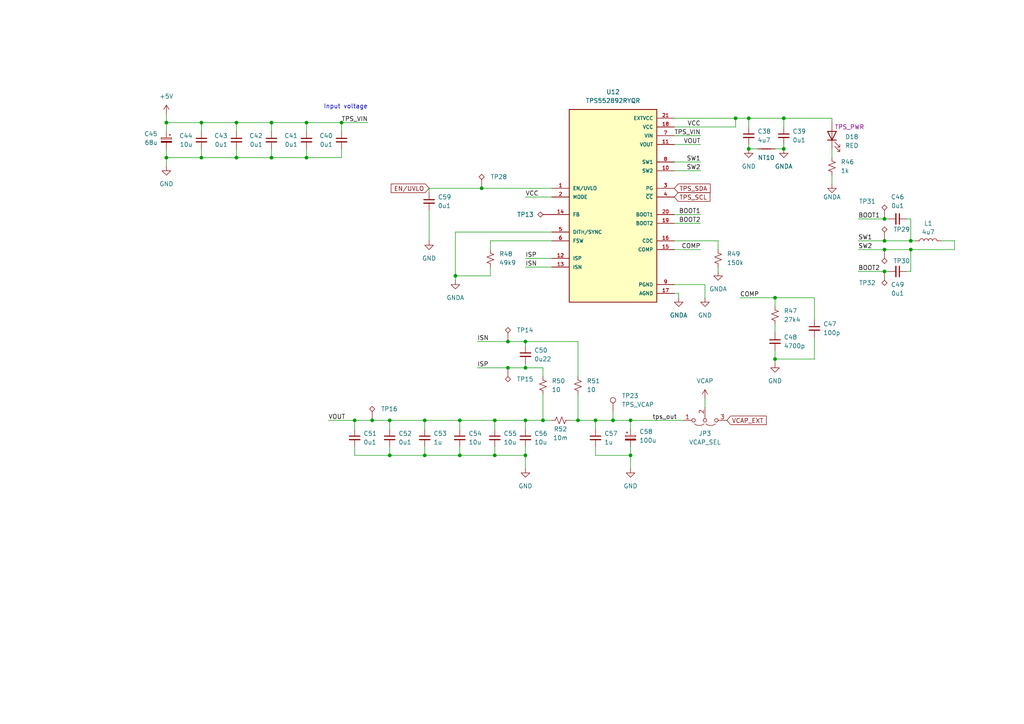
<source format=kicad_sch>
(kicad_sch (version 20231120) (generator "eeschema") (generator_version "8.0")
  (paper "A4")
  (lib_symbols
    (symbol "Connector:TestPoint" (pin_numbers hide) (pin_names (offset 0.762) hide)
      (property "Reference" "TP" (at 0 6.858 0))
      (property "Value" "TestPoint" (at 0 5.08 0))
      (symbol "TestPoint_0_1"
        (circle (center 0 3.302) (radius 0.762))
      )
      (symbol "TestPoint_1_1"
        (pin passive line (at 0 0 90) (length 2.54) (name "1") (number "1"))
      )
    )
    (symbol "Connector:TestPoint_Alt" (pin_numbers hide) (pin_names (offset 0.762) hide)
      (property "Reference" "TP" (at 0 6.858 0))
      (property "Value" "TestPoint_Alt" (at 0 5.08 0))
      (symbol "TestPoint_Alt_0_1"
        (polyline (pts (xy 0 2.54) (xy -0.762 3.302) (xy 0 4.064) (xy 0.762 3.302) (xy 0 2.54)))
      )
      (symbol "TestPoint_Alt_1_1"
        (pin passive line (at 0 0 90) (length 2.54) (name "1") (number "1"))
      )
    )
    (symbol "DW_custom_symbols:TPS552892RYQR" (pin_names (offset 1.016))
      (property "Reference" "U" (at -12.7 30.48 0))
      (property "Value" "TPS552892RYQR" (at -12.7 -30.48 0))
      (symbol "TPS552892RYQR_0_0"
        (rectangle (start -12.7 -27.94) (end 12.7 27.94) (stroke (width 0.254)) (fill (type background)))
        (pin input line (at -17.78 5.08 0) (length 5.08) (name "EN/UVLO") (number "1"))
        (pin power_in line (at 17.78 10.16 180) (length 5.08) (name "SW2") (number "10"))
        (pin power_in line (at 17.78 17.78 180) (length 5.08) (name "VOUT") (number "11"))
        (pin input line (at -17.78 -15.24 0) (length 5.08) (name "ISP") (number "12"))
        (pin input line (at -17.78 -17.78 0) (length 5.08) (name "ISN") (number "13"))
        (pin input line (at -17.78 -2.54 0) (length 5.08) (name "FB") (number "14"))
        (pin output line (at 17.78 -12.7 180) (length 5.08) (name "COMP") (number "15"))
        (pin output line (at 17.78 -10.16 180) (length 5.08) (name "CDC") (number "16"))
        (pin power_in line (at 17.78 -25.4 180) (length 5.08) (name "AGND") (number "17"))
        (pin power_in line (at 17.78 22.86 180) (length 5.08) (name "VCC") (number "18"))
        (pin output line (at 17.78 -5.08 180) (length 5.08) (name "BOOT2") (number "19"))
        (pin input line (at -17.78 2.54 0) (length 5.08) (name "MODE") (number "2"))
        (pin output line (at 17.78 -2.54 180) (length 5.08) (name "BOOT1") (number "20"))
        (pin power_in line (at 17.78 25.4 180) (length 5.08) (name "EXTVCC") (number "21"))
        (pin output line (at 17.78 5.08 180) (length 5.08) (name "PG") (number "3"))
        (pin output line (at 17.78 2.54 180) (length 5.08) (name "~{CC}") (number "4"))
        (pin input line (at -17.78 -7.62 0) (length 5.08) (name "DITH/SYNC") (number "5"))
        (pin input line (at -17.78 -10.16 0) (length 5.08) (name "FSW") (number "6"))
        (pin power_in line (at 17.78 20.32 180) (length 5.08) (name "VIN") (number "7"))
        (pin power_in line (at 17.78 12.7 180) (length 5.08) (name "SW1") (number "8"))
        (pin power_in line (at 17.78 -22.86 180) (length 5.08) (name "PGND") (number "9"))
      )
    )
    (symbol "Device:C_Polarized_Small" (pin_numbers hide) (pin_names (offset 0.254) hide)
      (property "Reference" "C" (at 0.254 1.778 0))
      (property "Value" "C_Polarized_Small" (at 0.254 -2.032 0))
      (symbol "C_Polarized_Small_0_1"
        (rectangle (start -1.524 -0.3048) (end 1.524 -0.6858) (fill (type outline)))
        (rectangle (start -1.524 0.6858) (end 1.524 0.3048))
        (polyline (pts (xy -1.27 1.524) (xy -0.762 1.524)))
        (polyline (pts (xy -1.016 1.27) (xy -1.016 1.778)))
      )
      (symbol "C_Polarized_Small_1_1"
        (pin passive line (at 0 2.54 270) (length 1.8542) (name "~") (number "1"))
        (pin passive line (at 0 -2.54 90) (length 1.8542) (name "~") (number "2"))
      )
    )
    (symbol "Device:C_Small" (pin_numbers hide) (pin_names (offset 0.254) hide)
      (property "Reference" "C" (at 0.254 1.778 0))
      (property "Value" "C_Small" (at 0.254 -2.032 0))
      (symbol "C_Small_0_1"
        (polyline (pts (xy -1.524 -0.508) (xy 1.524 -0.508)) (stroke (width 0.3302)))
        (polyline (pts (xy -1.524 0.508) (xy 1.524 0.508)) (stroke (width 0.3048)))
      )
      (symbol "C_Small_1_1"
        (pin passive line (at 0 2.54 270) (length 2.032) (name "~") (number "1"))
        (pin passive line (at 0 -2.54 90) (length 2.032) (name "~") (number "2"))
      )
    )
    (symbol "Device:L" (pin_numbers hide) (pin_names (offset 1.016) hide)
      (property "Reference" "L" (at -1.27 0 90))
      (property "Value" "L" (at 1.905 0 90))
      (symbol "L_0_1"
        (arc (start 0 -2.54) (mid 0.6323 -1.905) (end 0 -1.27))
        (arc (start 0 -1.27) (mid 0.6323 -0.635) (end 0 0))
        (arc (start 0 0) (mid 0.6323 0.635) (end 0 1.27))
        (arc (start 0 1.27) (mid 0.6323 1.905) (end 0 2.54))
      )
      (symbol "L_1_1"
        (pin passive line (at 0 3.81 270) (length 1.27) (name "1") (number "1"))
        (pin passive line (at 0 -3.81 90) (length 1.27) (name "2") (number "2"))
      )
    )
    (symbol "Device:LED" (pin_numbers hide) (pin_names (offset 1.016) hide)
      (property "Reference" "D" (at 0 2.54 0))
      (property "Value" "LED" (at 0 -2.54 0))
      (symbol "LED_0_1"
        (polyline (pts (xy -1.27 -1.27) (xy -1.27 1.27)) (stroke (width 0.254)))
        (polyline (pts (xy -1.27 0) (xy 1.27 0)))
        (polyline (pts (xy 1.27 -1.27) (xy 1.27 1.27) (xy -1.27 0) (xy 1.27 -1.27)) (stroke (width 0.254)))
        (polyline (pts (xy -3.048 -0.762) (xy -4.572 -2.286) (xy -3.81 -2.286) (xy -4.572 -2.286) (xy -4.572 -1.524)))
        (polyline (pts (xy -1.778 -0.762) (xy -3.302 -2.286) (xy -2.54 -2.286) (xy -3.302 -2.286) (xy -3.302 -1.524)))
      )
      (symbol "LED_1_1"
        (pin passive line (at -3.81 0 0) (length 2.54) (name "K") (number "1"))
        (pin passive line (at 3.81 0 180) (length 2.54) (name "A") (number "2"))
      )
    )
    (symbol "Device:NetTie_2" (pin_numbers hide) (pin_names (offset 0) hide) (in_bom no)
      (property "Reference" "NT" (at 0 1.27 0))
      (property "Value" "NetTie_2" (at 0 -1.27 0))
      (symbol "NetTie_2_0_1"
        (polyline (pts (xy -1.27 0) (xy 1.27 0)) (stroke (width 0.254)))
      )
      (symbol "NetTie_2_1_1"
        (pin passive line (at -2.54 0 0) (length 2.54) (name "1") (number "1"))
        (pin passive line (at 2.54 0 180) (length 2.54) (name "2") (number "2"))
      )
    )
    (symbol "Device:R_Small_US" (pin_numbers hide) (pin_names (offset 0.254) hide)
      (property "Reference" "R" (at 0.762 0.508 0))
      (property "Value" "R_Small_US" (at 0.762 -1.016 0))
      (symbol "R_Small_US_1_1"
        (polyline (pts (xy 0 0) (xy 1.016 -0.381) (xy 0 -0.762) (xy -1.016 -1.143) (xy 0 -1.524)))
        (polyline (pts (xy 0 1.524) (xy 1.016 1.143) (xy 0 0.762) (xy -1.016 0.381) (xy 0 0)))
        (pin passive line (at 0 2.54 270) (length 1.016) (name "~") (number "1"))
        (pin passive line (at 0 -2.54 90) (length 1.016) (name "~") (number "2"))
      )
    )
    (symbol "Jumper:Jumper_3_Open" (pin_names (offset 0) hide)
      (property "Reference" "JP" (at -2.54 -2.54 0))
      (property "Value" "Jumper_3_Open" (at 0 2.794 0))
      (symbol "Jumper_3_Open_0_0"
        (circle (center -3.302 0) (radius 0.508))
        (circle (center 0 0) (radius 0.508))
        (circle (center 3.302 0) (radius 0.508))
      )
      (symbol "Jumper_3_Open_0_1"
        (arc (start -0.254 1.016) (mid -1.651 1.4992) (end -3.048 1.016))
        (polyline (pts (xy 0 -0.508) (xy 0 -1.27)))
        (arc (start 3.048 1.016) (mid 1.651 1.4992) (end 0.254 1.016))
      )
      (symbol "Jumper_3_Open_1_1"
        (pin passive line (at -6.35 0 0) (length 2.54) (name "A") (number "1"))
        (pin passive line (at 0 -3.81 90) (length 2.54) (name "C") (number "2"))
        (pin passive line (at 6.35 0 180) (length 2.54) (name "B") (number "3"))
      )
    )
    (symbol "VBUS_2" (power) (pin_names (offset 0))
      (property "Value" "VBUS_2" (at 0 5.08 0))
      (symbol "VBUS_2_0_1"
        (polyline (pts (xy -0.762 1.27) (xy 0 2.54)))
        (polyline (pts (xy 0 0) (xy 0 2.54)))
        (polyline (pts (xy 0 2.54) (xy 0.762 1.27)))
      )
      (symbol "VBUS_2_1_1"
        (pin power_in line (at 0 0 90) (length 0) hide (name "VCAP") (number "1"))
      )
    )
    (symbol "power:+5V" (power) (pin_names (offset 0))
      (property "Value" "+5V" (at 0 3.556 0))
      (symbol "+5V_0_1"
        (polyline (pts (xy -0.762 1.27) (xy 0 2.54)))
        (polyline (pts (xy 0 0) (xy 0 2.54)))
        (polyline (pts (xy 0 2.54) (xy 0.762 1.27)))
      )
      (symbol "+5V_1_1"
        (pin power_in line (at 0 0 90) (length 0) hide (name "+5V") (number "1"))
      )
    )
    (symbol "power:GND" (power) (pin_names (offset 0))
      (property "Value" "GND" (at 0 -3.81 0))
      (symbol "GND_0_1"
        (polyline (pts (xy 0 0) (xy 0 -1.27) (xy 1.27 -1.27) (xy 0 -2.54) (xy -1.27 -1.27) (xy 0 -1.27)))
      )
      (symbol "GND_1_1"
        (pin power_in line (at 0 0 270) (length 0) hide (name "GND") (number "1"))
      )
    )
    (symbol "power:GNDA" (power) (pin_names (offset 0))
      (property "Value" "GNDA" (at 0 -3.81 0))
      (symbol "GNDA_0_1"
        (polyline (pts (xy 0 0) (xy 0 -1.27) (xy 1.27 -1.27) (xy 0 -2.54) (xy -1.27 -1.27) (xy 0 -1.27)))
      )
      (symbol "GNDA_1_1"
        (pin power_in line (at 0 0 270) (length 0) hide (name "GNDA") (number "1"))
      )
    )
  )
  (junction (at 264.16 72.39))
  (junction (at 99.06 35.56))
  (junction (at 256.54 63.5))
  (junction (at 48.26 35.56))
  (junction (at 48.26 45.72))
  (junction (at 147.32 106.68))
  (junction (at 227.33 43.18))
  (junction (at 182.88 132.08))
  (junction (at 123.19 132.08))
  (junction (at 264.16 69.85))
  (junction (at 157.48 121.92))
  (junction (at 256.54 69.85))
  (junction (at 227.33 34.29))
  (junction (at 152.4 106.68))
  (junction (at 102.87 121.92))
  (junction (at 256.54 72.39))
  (junction (at 88.9 35.56))
  (junction (at 152.4 132.08))
  (junction (at 143.51 132.08))
  (junction (at 143.51 121.92))
  (junction (at 182.88 121.92))
  (junction (at 167.64 121.92))
  (junction (at 224.79 86.36))
  (junction (at 177.8 121.92))
  (junction (at 147.32 99.06))
  (junction (at 78.74 45.72))
  (junction (at 113.03 121.92))
  (junction (at 224.79 104.14))
  (junction (at 133.35 121.92))
  (junction (at 68.58 35.56))
  (junction (at 256.54 78.74))
  (junction (at 213.36 34.29))
  (junction (at 113.03 132.08))
  (junction (at 152.4 121.92))
  (junction (at 58.42 45.72))
  (junction (at 78.74 35.56))
  (junction (at 58.42 35.56))
  (junction (at 88.9 45.72))
  (junction (at 133.35 132.08))
  (junction (at 217.17 43.18))
  (junction (at 139.7 54.61))
  (junction (at 107.95 121.92))
  (junction (at 68.58 45.72))
  (junction (at 217.17 34.29))
  (junction (at 132.08 80.01))
  (junction (at 172.72 121.92))
  (junction (at 152.4 99.06))
  (junction (at 123.19 121.92))
  (wire (pts (xy 133.35 121.92) (xy 123.19 121.92)))
  (wire (pts (xy 68.58 45.72) (xy 58.42 45.72)))
  (wire (pts (xy 256.54 69.85) (xy 264.16 69.85)))
  (wire (pts (xy 48.26 45.72) (xy 48.26 48.26)))
  (wire (pts (xy 132.08 67.31) (xy 132.08 80.01)))
  (wire (pts (xy 152.4 132.08) (xy 143.51 132.08)))
  (wire (pts (xy 78.74 35.56) (xy 78.74 38.1)))
  (wire (pts (xy 132.08 67.31) (xy 160.02 67.31)))
  (wire (pts (xy 227.33 41.91) (xy 227.33 43.18)))
  (wire (pts (xy 99.06 35.56) (xy 99.06 38.1)))
  (wire (pts (xy 133.35 129.54) (xy 133.35 132.08)))
  (wire (pts (xy 204.47 82.55) (xy 195.58 82.55)))
  (wire (pts (xy 248.92 63.5) (xy 256.54 63.5)))
  (wire (pts (xy 107.95 121.92) (xy 102.87 121.92)))
  (wire (pts (xy 196.85 86.36) (xy 196.85 85.09)))
  (wire (pts (xy 248.92 78.74) (xy 256.54 78.74)))
  (wire (pts (xy 196.85 85.09) (xy 195.58 85.09)))
  (wire (pts (xy 248.92 72.39) (xy 256.54 72.39)))
  (wire (pts (xy 138.43 99.06) (xy 147.32 99.06)))
  (wire (pts (xy 165.1 121.92) (xy 167.64 121.92)))
  (wire (pts (xy 48.26 33.02) (xy 48.26 35.56)))
  (wire (pts (xy 236.22 86.36) (xy 224.79 86.36)))
  (wire (pts (xy 182.88 121.92) (xy 198.12 121.92)))
  (wire (pts (xy 172.72 129.54) (xy 172.72 132.08)))
  (wire (pts (xy 241.3 50.8) (xy 241.3 53.34)))
  (wire (pts (xy 195.58 49.53) (xy 203.2 49.53)))
  (wire (pts (xy 203.2 72.39) (xy 195.58 72.39)))
  (wire (pts (xy 152.4 106.68) (xy 157.48 106.68)))
  (wire (pts (xy 264.16 78.74) (xy 264.16 72.39)))
  (wire (pts (xy 123.19 132.08) (xy 133.35 132.08)))
  (wire (pts (xy 214.63 86.36) (xy 224.79 86.36)))
  (wire (pts (xy 88.9 45.72) (xy 78.74 45.72)))
  (wire (pts (xy 102.87 121.92) (xy 102.87 124.46)))
  (wire (pts (xy 123.19 121.92) (xy 123.19 124.46)))
  (wire (pts (xy 157.48 114.3) (xy 157.48 121.92)))
  (wire (pts (xy 68.58 35.56) (xy 68.58 38.1)))
  (wire (pts (xy 177.8 119.38) (xy 177.8 121.92)))
  (wire (pts (xy 152.4 132.08) (xy 152.4 135.89)))
  (wire (pts (xy 208.28 72.39) (xy 208.28 69.85)))
  (wire (pts (xy 217.17 43.18) (xy 219.71 43.18)))
  (wire (pts (xy 152.4 124.46) (xy 152.4 121.92)))
  (wire (pts (xy 167.64 109.22) (xy 167.64 99.06)))
  (wire (pts (xy 139.7 54.61) (xy 160.02 54.61)))
  (wire (pts (xy 182.88 132.08) (xy 182.88 135.89)))
  (wire (pts (xy 195.58 46.99) (xy 203.2 46.99)))
  (wire (pts (xy 224.79 43.18) (xy 227.33 43.18)))
  (wire (pts (xy 236.22 97.79) (xy 236.22 104.14)))
  (wire (pts (xy 124.46 54.61) (xy 139.7 54.61)))
  (wire (pts (xy 142.24 69.85) (xy 142.24 72.39)))
  (wire (pts (xy 152.4 99.06) (xy 167.64 99.06)))
  (wire (pts (xy 236.22 92.71) (xy 236.22 86.36)))
  (wire (pts (xy 256.54 72.39) (xy 264.16 72.39)))
  (wire (pts (xy 167.64 121.92) (xy 172.72 121.92)))
  (wire (pts (xy 102.87 121.92) (xy 95.25 121.92)))
  (wire (pts (xy 227.33 34.29) (xy 217.17 34.29)))
  (wire (pts (xy 48.26 35.56) (xy 58.42 35.56)))
  (wire (pts (xy 68.58 35.56) (xy 78.74 35.56)))
  (wire (pts (xy 227.33 34.29) (xy 227.33 36.83)))
  (wire (pts (xy 203.2 64.77) (xy 195.58 64.77)))
  (wire (pts (xy 157.48 109.22) (xy 157.48 106.68)))
  (wire (pts (xy 143.51 121.92) (xy 133.35 121.92)))
  (wire (pts (xy 99.06 43.18) (xy 99.06 45.72)))
  (wire (pts (xy 276.86 69.85) (xy 276.86 72.39)))
  (wire (pts (xy 208.28 77.47) (xy 208.28 78.74)))
  (wire (pts (xy 195.58 69.85) (xy 208.28 69.85)))
  (wire (pts (xy 99.06 45.72) (xy 88.9 45.72)))
  (wire (pts (xy 217.17 34.29) (xy 213.36 34.29)))
  (wire (pts (xy 157.48 121.92) (xy 160.02 121.92)))
  (wire (pts (xy 172.72 121.92) (xy 172.72 124.46)))
  (wire (pts (xy 204.47 82.55) (xy 204.47 86.36)))
  (wire (pts (xy 138.43 106.68) (xy 147.32 106.68)))
  (wire (pts (xy 132.08 80.01) (xy 142.24 80.01)))
  (wire (pts (xy 88.9 43.18) (xy 88.9 45.72)))
  (wire (pts (xy 195.58 41.91) (xy 203.2 41.91)))
  (wire (pts (xy 102.87 129.54) (xy 102.87 132.08)))
  (wire (pts (xy 78.74 43.18) (xy 78.74 45.72)))
  (wire (pts (xy 224.79 101.6) (xy 224.79 104.14)))
  (wire (pts (xy 152.4 99.06) (xy 152.4 100.33)))
  (wire (pts (xy 177.8 121.92) (xy 182.88 121.92)))
  (wire (pts (xy 133.35 121.92) (xy 133.35 124.46)))
  (wire (pts (xy 241.3 43.18) (xy 241.3 45.72)))
  (wire (pts (xy 203.2 62.23) (xy 195.58 62.23)))
  (wire (pts (xy 58.42 35.56) (xy 58.42 38.1)))
  (wire (pts (xy 172.72 121.92) (xy 177.8 121.92)))
  (wire (pts (xy 124.46 60.96) (xy 124.46 69.85)))
  (wire (pts (xy 142.24 77.47) (xy 142.24 80.01)))
  (wire (pts (xy 88.9 35.56) (xy 88.9 38.1)))
  (wire (pts (xy 58.42 45.72) (xy 48.26 45.72)))
  (wire (pts (xy 143.51 121.92) (xy 143.51 124.46)))
  (wire (pts (xy 241.3 34.29) (xy 227.33 34.29)))
  (wire (pts (xy 133.35 132.08) (xy 143.51 132.08)))
  (wire (pts (xy 68.58 43.18) (xy 68.58 45.72)))
  (wire (pts (xy 152.4 105.41) (xy 152.4 106.68)))
  (wire (pts (xy 248.92 69.85) (xy 256.54 69.85)))
  (wire (pts (xy 167.64 114.3) (xy 167.64 121.92)))
  (wire (pts (xy 48.26 43.18) (xy 48.26 45.72)))
  (wire (pts (xy 113.03 121.92) (xy 107.95 121.92)))
  (wire (pts (xy 264.16 72.39) (xy 276.86 72.39)))
  (wire (pts (xy 78.74 35.56) (xy 88.9 35.56)))
  (wire (pts (xy 273.05 69.85) (xy 276.86 69.85)))
  (wire (pts (xy 113.03 129.54) (xy 113.03 132.08)))
  (wire (pts (xy 58.42 35.56) (xy 68.58 35.56)))
  (wire (pts (xy 224.79 86.36) (xy 224.79 88.9)))
  (wire (pts (xy 106.68 35.56) (xy 99.06 35.56)))
  (wire (pts (xy 236.22 104.14) (xy 224.79 104.14)))
  (wire (pts (xy 264.16 69.85) (xy 265.43 69.85)))
  (wire (pts (xy 256.54 63.5) (xy 257.81 63.5)))
  (wire (pts (xy 152.4 129.54) (xy 152.4 132.08)))
  (wire (pts (xy 217.17 36.83) (xy 217.17 34.29)))
  (wire (pts (xy 172.72 132.08) (xy 182.88 132.08)))
  (wire (pts (xy 182.88 121.92) (xy 182.88 124.46)))
  (wire (pts (xy 182.88 132.08) (xy 182.88 129.54)))
  (wire (pts (xy 224.79 93.98) (xy 224.79 96.52)))
  (wire (pts (xy 113.03 121.92) (xy 113.03 124.46)))
  (wire (pts (xy 264.16 63.5) (xy 264.16 69.85)))
  (wire (pts (xy 152.4 74.93) (xy 160.02 74.93)))
  (wire (pts (xy 78.74 45.72) (xy 68.58 45.72)))
  (wire (pts (xy 241.3 35.56) (xy 241.3 34.29)))
  (wire (pts (xy 195.58 34.29) (xy 213.36 34.29)))
  (wire (pts (xy 123.19 121.92) (xy 113.03 121.92)))
  (wire (pts (xy 224.79 104.14) (xy 224.79 105.41)))
  (wire (pts (xy 213.36 34.29) (xy 213.36 36.83)))
  (wire (pts (xy 152.4 121.92) (xy 157.48 121.92)))
  (wire (pts (xy 147.32 106.68) (xy 152.4 106.68)))
  (wire (pts (xy 102.87 132.08) (xy 113.03 132.08)))
  (wire (pts (xy 58.42 43.18) (xy 58.42 45.72)))
  (wire (pts (xy 113.03 132.08) (xy 123.19 132.08)))
  (wire (pts (xy 152.4 77.47) (xy 160.02 77.47)))
  (wire (pts (xy 147.32 99.06) (xy 152.4 99.06)))
  (wire (pts (xy 217.17 41.91) (xy 217.17 43.18)))
  (wire (pts (xy 262.89 63.5) (xy 264.16 63.5)))
  (wire (pts (xy 262.89 78.74) (xy 264.16 78.74)))
  (wire (pts (xy 88.9 35.56) (xy 99.06 35.56)))
  (wire (pts (xy 48.26 38.1) (xy 48.26 35.56)))
  (wire (pts (xy 256.54 78.74) (xy 257.81 78.74)))
  (wire (pts (xy 152.4 121.92) (xy 143.51 121.92)))
  (wire (pts (xy 195.58 39.37) (xy 203.2 39.37)))
  (wire (pts (xy 123.19 129.54) (xy 123.19 132.08)))
  (wire (pts (xy 143.51 129.54) (xy 143.51 132.08)))
  (wire (pts (xy 124.46 54.61) (xy 124.46 55.88)))
  (wire (pts (xy 132.08 80.01) (xy 132.08 81.28)))
  (wire (pts (xy 195.58 36.83) (xy 213.36 36.83)))
  (wire (pts (xy 160.02 69.85) (xy 142.24 69.85)))
  (wire (pts (xy 204.47 115.57) (xy 204.47 118.11)))
  (wire (pts (xy 152.4 57.15) (xy 160.02 57.15)))
  (text "Input voltage" (at 106.68 31.75 0) (effects (font (size 1.27 1.27)) (justify right bottom)))
  (label "VCC" (at 203.2 36.83 180))
  (label "SW1" (at 248.92 69.85 0))
  (label "COMP" (at 203.2 72.39 180))
  (label "VOUT" (at 203.2 41.91 180))
  (label "ISP" (at 138.43 106.68 0))
  (label "SW2" (at 248.92 72.39 0))
  (label "ISN" (at 152.4 77.47 0))
  (label "ISN" (at 138.43 99.06 0))
  (label "VOUT" (at 95.25 121.92 0))
  (label "SW2" (at 203.2 49.53 180))
  (label "BOOT1" (at 203.2 62.23 180))
  (label "ISP" (at 152.4 74.93 0))
  (label "BOOT2" (at 203.2 64.77 180))
  (label "tps_out" (at 189.23 121.92 0))
  (label "BOOT2" (at 248.92 78.74 0))
  (label "SW1" (at 203.2 46.99 180))
  (label "COMP" (at 214.63 86.36 0))
  (label "BOOT1" (at 248.92 63.5 0))
  (label "VCC" (at 152.4 57.15 0))
  (label "TPS_VIN" (at 203.2 39.37 180))
  (label "TPS_VIN" (at 106.68 35.56 180))
  (global_label "TPS_SCL" (shape input) (at 195.58 57.15 0) (property "Intersheetrefs" "${INTERSHEET_REFS}" (effects (hide yes))))
  (global_label "TPS_SDA" (shape input) (at 195.58 54.61 0) (property "Intersheetrefs" "${INTERSHEET_REFS}" (effects (hide yes))))
  (global_label "VCAP_EXT" (shape input) (at 210.82 121.92 0) (property "Intersheetrefs" "${INTERSHEET_REFS}" (effects (hide yes))))
  (global_label "EN{slash}UVLO" (shape input) (at 124.46 54.61 180) (property "Intersheetrefs" "${INTERSHEET_REFS}" (effects (hide yes))))
  (symbol (lib_id "Device:NetTie_2") (at 222.25 43.18 0) (unit 1) (in_bom no)
    (property "Reference" "NT10" (at 222.25 45.72 0))
    (property "Description" "Net tie, 2 pins" (effects (hide yes)))
  )
  (symbol (lib_id "Device:C_Polarized_Small") (at 182.88 127 0) (unit 1)
    (property "Reference" "C58" (at 185.42 125.1839 0) (effects (justify left)))
    (property "Value" "100u" (at 185.42 127.7239 0) (effects (justify left)))
    (property "Footprint" "Capacitor_SMD:CP_Elec_6.3x5.8" (effects (hide yes)))
    (property "Part No." "EEHZK1V101XP " (effects (hide yes)))
  )
  (symbol (lib_id "Device:C_Small") (at 102.87 127 0) (unit 1)
    (property "Reference" "C51" (at 105.41 125.7363 0) (effects (justify left)))
    (property "Value" "0u1" (at 105.41 128.2763 0) (effects (justify left)))
    (property "Footprint" "Capacitor_SMD:C_0603_1608Metric_Pad1.08x0.95mm_HandSolder" (effects (hide yes)))
  )
  (symbol (lib_name "VBUS_2") (lib_id "power:VBUS") (at 204.47 115.57 0) (unit 1)
    (property "Reference" "#PWR081" (effects (hide yes)))
    (property "Value" "VCAP" (at 204.47 110.49 0))
  )
  (symbol (lib_id "power:GNDA") (at 196.85 86.36 0) (unit 1)
    (property "Reference" "#PWR079" (effects (hide yes)))
    (property "Value" "GNDA" (at 196.85 91.44 0))
  )
  (symbol (lib_id "Device:C_Small") (at 123.19 127 0) (unit 1)
    (property "Reference" "C53" (at 125.73 125.7363 0) (effects (justify left)))
    (property "Value" "1u" (at 125.73 128.2763 0) (effects (justify left)))
    (property "Footprint" "Capacitor_SMD:C_0603_1608Metric_Pad1.08x0.95mm_HandSolder" (effects (hide yes)))
  )
  (symbol (lib_id "Device:C_Small") (at 236.22 95.25 0) (unit 1)
    (property "Reference" "C47" (at 238.76 93.9863 0) (effects (justify left)))
    (property "Value" "100p" (at 238.76 96.5263 0) (effects (justify left)))
    (property "Footprint" "Capacitor_SMD:C_0402_1005Metric_Pad0.74x0.62mm_HandSolder" (effects (hide yes)))
    (property "Part No." "CGA2B2C0G1H101J" (effects (hide yes)))
  )
  (symbol (lib_id "Device:C_Small") (at 133.35 127 0) (unit 1)
    (property "Reference" "C54" (at 135.89 125.7363 0) (effects (justify left)))
    (property "Value" "10u" (at 135.89 128.2763 0) (effects (justify left)))
    (property "Footprint" "Capacitor_SMD:C_1206_3216Metric_Pad1.33x1.80mm_HandSolder" (effects (hide yes)))
  )
  (symbol (lib_id "power:GNDA") (at 227.33 43.18 0) (unit 1)
    (property "Reference" "#PWR073" (effects (hide yes)))
    (property "Value" "GNDA" (at 227.33 48.26 0))
  )
  (symbol (lib_id "power:GND") (at 217.17 43.18 0) (unit 1)
    (property "Reference" "#PWR072" (effects (hide yes)))
    (property "Value" "GND" (at 217.17 48.26 0))
  )
  (symbol (lib_id "Connector:TestPoint") (at 177.8 119.38 0) (unit 1)
    (property "Reference" "TP23" (at 180.34 114.808 0) (effects (justify left)))
    (property "Value" "TPS_VCAP" (at 180.34 117.348 0) (effects (justify left)))
    (property "Footprint" "TestPoint:TestPoint_Pad_D2.5mm" (effects (hide yes)))
  )
  (symbol (lib_id "power:GND") (at 224.79 105.41 0) (unit 1)
    (property "Reference" "#PWR078" (effects (hide yes)))
    (property "Value" "GND" (at 224.79 110.49 0))
  )
  (symbol (lib_id "power:GND") (at 152.4 135.89 0) (unit 1)
    (property "Reference" "#PWR082" (effects (hide yes)))
    (property "Value" "GND" (at 152.4 140.97 0))
  )
  (symbol (lib_id "Device:C_Small") (at 78.74 40.64 0) (mirror y) (unit 1)
    (property "Reference" "C42" (at 76.2 39.3763 0) (effects (justify left)))
    (property "Value" "0u1" (at 76.2 41.9163 0) (effects (justify left)))
    (property "Footprint" "Capacitor_SMD:C_0603_1608Metric_Pad1.08x0.95mm_HandSolder" (effects (hide yes)))
  )
  (symbol (lib_id "DW_custom_symbols:TPS552892RYQR") (at 177.8 59.69 0) (unit 1)
    (property "Reference" "U12" (at 177.8 26.67 0))
    (property "Value" "TPS552892RYQR" (at 177.8 29.21 0))
    (property "Footprint" "DW_Library:CONV_TPS552892RYQR" (effects (hide yes)))
    (property "Description" "\nBuck-Boost Switching Regulator IC Positive Programmable 0.8V 1 Output 5A 21-PowerVFQFN\n" (effects (hide yes)))
    (property "MF" "Texas Instruments" (effects (hide yes)))
    (property "MAXIMUM_PACKAGE_HEIGHT" "1.00mm" (effects (hide yes)))
    (property "Package" "None" (effects (hide yes)))
    (property "Price" "None" (effects (hide yes)))
    (property "Check_prices" "https://www.snapeda.com/parts/TPS552892RYQR/Texas+Instruments/view-part/?ref=eda" (effects (hide yes)))
    (property "STANDARD" "Manufacturer Recommendations" (effects (hide yes)))
    (property "PARTREV" "A" (effects (hide yes)))
    (property "SnapEDA_Link" "https://www.snapeda.com/parts/TPS552892RYQR/Texas+Instruments/view-part/?ref=snap" (effects (hide yes)))
    (property "MP" "TPS552892RYQR" (effects (hide yes)))
    (property "Purchase-URL" "https://www.snapeda.com/api/url_track_click_mouser/?unipart_id=13805360&manufacturer=Texas Instruments&part_name=TPS552892RYQR&search_term=tps55289" (effects (hide yes)))
    (property "Availability" "In Stock" (effects (hide yes)))
    (property "MANUFACTURER" "Texas Instruments" (effects (hide yes)))
  )
  (symbol (lib_id "Connector:TestPoint_Alt") (at 147.32 106.68 0) (mirror x) (unit 1)
    (property "Reference" "TP15" (at 149.86 109.9821 0) (effects (justify left)))
    (property "Description" "test point (alternative shape)" (effects (hide yes)))
  )
  (symbol (lib_id "power:GNDA") (at 208.28 78.74 0) (unit 1)
    (property "Reference" "#PWR076" (effects (hide yes)))
    (property "Value" "GNDA" (at 208.28 83.82 0))
  )
  (symbol (lib_id "Connector:TestPoint_Alt") (at 160.02 62.23 90) (unit 1)
    (property "Reference" "TP13" (at 152.4 62.23 90))
    (property "Description" "test point (alternative shape)" (effects (hide yes)))
  )
  (symbol (lib_id "power:GND") (at 182.88 135.89 0) (unit 1)
    (property "Reference" "#PWR083" (effects (hide yes)))
    (property "Value" "GND" (at 182.88 140.97 0))
  )
  (symbol (lib_id "Device:C_Small") (at 99.06 40.64 0) (mirror y) (unit 1)
    (property "Reference" "C40" (at 96.52 39.3763 0) (effects (justify left)))
    (property "Value" "0u1" (at 96.52 41.9163 0) (effects (justify left)))
    (property "Footprint" "Capacitor_SMD:C_0603_1608Metric_Pad1.08x0.95mm_HandSolder" (effects (hide yes)))
  )
  (symbol (lib_id "Device:C_Small") (at 152.4 127 0) (unit 1)
    (property "Reference" "C56" (at 154.94 125.7363 0) (effects (justify left)))
    (property "Value" "10u" (at 154.94 128.2763 0) (effects (justify left)))
    (property "Footprint" "Capacitor_SMD:C_1206_3216Metric_Pad1.33x1.80mm_HandSolder" (effects (hide yes)))
  )
  (symbol (lib_id "power:GND") (at 124.46 69.85 0) (unit 1)
    (property "Reference" "#PWR075" (effects (hide yes)))
    (property "Value" "GND" (at 124.46 74.93 0))
  )
  (symbol (lib_id "Device:C_Small") (at 68.58 40.64 0) (mirror y) (unit 1)
    (property "Reference" "C43" (at 66.04 39.3763 0) (effects (justify left)))
    (property "Value" "0u1" (at 66.04 41.9163 0) (effects (justify left)))
    (property "Footprint" "Capacitor_SMD:C_0603_1608Metric_Pad1.08x0.95mm_HandSolder" (effects (hide yes)))
  )
  (symbol (lib_id "Device:R_Small_US") (at 142.24 74.93 0) (unit 1)
    (property "Reference" "R48" (at 144.78 73.66 0) (effects (justify left)))
    (property "Value" "49k9" (at 144.78 76.2 0) (effects (justify left)))
    (property "Footprint" "Resistor_SMD:R_0603_1608Metric_Pad0.98x0.95mm_HandSolder" (effects (hide yes)))
  )
  (symbol (lib_id "Device:C_Small") (at 260.35 78.74 270) (unit 1)
    (property "Reference" "C49" (at 260.35 82.55 90))
    (property "Value" "0u1" (at 260.35 85.09 90))
    (property "Footprint" "Capacitor_SMD:C_0603_1608Metric_Pad1.08x0.95mm_HandSolder" (effects (hide yes)))
  )
  (symbol (lib_id "Connector:TestPoint_Alt") (at 147.32 99.06 0) (unit 1)
    (property "Reference" "TP14" (at 149.86 95.7579 0) (effects (justify left)))
    (property "Description" "test point (alternative shape)" (effects (hide yes)))
  )
  (symbol (lib_id "Connector:TestPoint_Alt") (at 256.54 63.5 0) (mirror y) (unit 1)
    (property "Reference" "TP31" (at 254 58.42 0) (effects (justify left)))
    (property "Description" "test point (alternative shape)" (effects (hide yes)))
  )
  (symbol (lib_id "Device:C_Small") (at 88.9 40.64 0) (mirror y) (unit 1)
    (property "Reference" "C41" (at 86.36 39.3763 0) (effects (justify left)))
    (property "Value" "0u1" (at 86.36 41.9163 0) (effects (justify left)))
    (property "Footprint" "Capacitor_SMD:C_0603_1608Metric_Pad1.08x0.95mm_HandSolder" (effects (hide yes)))
  )
  (symbol (lib_id "Device:C_Small") (at 224.79 99.06 0) (unit 1)
    (property "Reference" "C48" (at 227.33 97.7963 0) (effects (justify left)))
    (property "Value" "4700p" (at 227.33 100.3363 0) (effects (justify left)))
    (property "Footprint" "Capacitor_SMD:C_0402_1005Metric_Pad0.74x0.62mm_HandSolder" (effects (hide yes)))
    (property "Part No." "CGA2B2X7R1H472K" (effects (hide yes)))
  )
  (symbol (lib_id "Device:C_Small") (at 58.42 40.64 0) (mirror y) (unit 1)
    (property "Reference" "C44" (at 55.88 39.3763 0) (effects (justify left)))
    (property "Value" "10u" (at 55.88 41.9163 0) (effects (justify left)))
    (property "Footprint" "Capacitor_SMD:C_1206_3216Metric_Pad1.33x1.80mm_HandSolder" (effects (hide yes)))
  )
  (symbol (lib_id "Device:C_Small") (at 143.51 127 0) (unit 1)
    (property "Reference" "C55" (at 146.05 125.7363 0) (effects (justify left)))
    (property "Value" "10u" (at 146.05 128.2763 0) (effects (justify left)))
    (property "Footprint" "Capacitor_SMD:C_1206_3216Metric_Pad1.33x1.80mm_HandSolder" (effects (hide yes)))
  )
  (symbol (lib_id "Device:R_Small_US") (at 208.28 74.93 0) (unit 1)
    (property "Reference" "R49" (at 210.82 73.66 0) (effects (justify left)))
    (property "Value" "150k" (at 210.82 76.2 0) (effects (justify left)))
    (property "Footprint" "Resistor_SMD:R_0603_1608Metric_Pad0.98x0.95mm_HandSolder" (effects (hide yes)))
  )
  (symbol (lib_id "Device:C_Small") (at 113.03 127 0) (unit 1)
    (property "Reference" "C52" (at 115.57 125.7363 0) (effects (justify left)))
    (property "Value" "0u1" (at 115.57 128.2763 0) (effects (justify left)))
    (property "Footprint" "Capacitor_SMD:C_0603_1608Metric_Pad1.08x0.95mm_HandSolder" (effects (hide yes)))
  )
  (symbol (lib_id "Connector:TestPoint_Alt") (at 256.54 72.39 0) (mirror x) (unit 1)
    (property "Reference" "TP30" (at 259.08 75.6921 0) (effects (justify left)))
    (property "Description" "test point (alternative shape)" (effects (hide yes)))
  )
  (symbol (lib_id "power:GND") (at 204.47 86.36 0) (unit 1)
    (property "Reference" "#PWR080" (effects (hide yes)))
    (property "Value" "GND" (at 204.47 91.44 0))
  )
  (symbol (lib_id "Device:L") (at 269.24 69.85 90) (unit 1)
    (property "Reference" "L1" (at 269.24 64.77 90))
    (property "Value" "4u7" (at 269.24 67.31 90))
    (property "Footprint" "Inductor_SMD:L_Coilcraft_XAL7070-XXX" (effects (hide yes)))
    (property "Part No." "XAL7070-472MEC" (effects (hide yes)))
  )
  (symbol (lib_id "Connector:TestPoint_Alt") (at 139.7 54.61 0) (unit 1)
    (property "Reference" "TP28" (at 142.24 51.3079 0) (effects (justify left)))
    (property "Description" "test point (alternative shape)" (effects (hide yes)))
  )
  (symbol (lib_id "Device:C_Small") (at 227.33 39.37 0) (unit 1)
    (property "Reference" "C39" (at 229.87 38.1063 0) (effects (justify left)))
    (property "Value" "0u1" (at 229.87 40.6463 0) (effects (justify left)))
    (property "Footprint" "Capacitor_SMD:C_0603_1608Metric_Pad1.08x0.95mm_HandSolder" (effects (hide yes)))
  )
  (symbol (lib_id "Connector:TestPoint_Alt") (at 256.54 69.85 0) (unit 1)
    (property "Reference" "TP29" (at 259.08 66.5479 0) (effects (justify left)))
    (property "Description" "test point (alternative shape)" (effects (hide yes)))
  )
  (symbol (lib_id "Connector:TestPoint_Alt") (at 107.95 121.92 0) (unit 1)
    (property "Reference" "TP16" (at 110.49 118.6179 0) (effects (justify left)))
    (property "Description" "test point (alternative shape)" (effects (hide yes)))
  )
  (symbol (lib_id "power:+5V") (at 48.26 33.02 0) (mirror y) (unit 1)
    (property "Reference" "#PWR071" (effects (hide yes)))
    (property "Value" "+5V" (at 48.26 27.94 0))
  )
  (symbol (lib_id "power:GNDA") (at 241.3 53.34 0) (unit 1)
    (property "Reference" "#PWR022" (effects (hide yes)))
    (property "Value" "GNDA" (at 241.3 57.15 0))
  )
  (symbol (lib_id "Device:LED") (at 241.3 39.37 90) (unit 1)
    (property "Reference" "D18" (at 245.11 39.6875 90) (effects (justify right)))
    (property "Value" "RED" (at 245.11 42.2275 90) (effects (justify right)))
    (property "Label" "TPS_PWR" (at 246.38 36.83 90))
  )
  (symbol (lib_id "power:GNDA") (at 132.08 81.28 0) (unit 1)
    (property "Reference" "#PWR077" (effects (hide yes)))
    (property "Value" "GNDA" (at 132.08 86.36 0))
  )
  (symbol (lib_id "Device:R_Small_US") (at 241.3 48.26 0) (unit 1)
    (property "Reference" "R46" (at 243.84 46.99 0) (effects (justify left)))
    (property "Value" "1k" (at 243.84 49.53 0) (effects (justify left)))
  )
  (symbol (lib_id "Device:C_Polarized_Small") (at 48.26 40.64 0) (mirror y) (unit 1)
    (property "Reference" "C45" (at 45.72 38.8239 0) (effects (justify left)))
    (property "Value" "68u" (at 45.72 41.3639 0) (effects (justify left)))
    (property "Footprint" "DW_Library:PCAP_EEHZ_F_PAN" (effects (hide yes)))
    (property "Part No." "EEH-ZA1H680P" (effects (hide yes)))
  )
  (symbol (lib_id "Device:C_Small") (at 124.46 58.42 0) (unit 1)
    (property "Reference" "C59" (at 127 57.1563 0) (effects (justify left)))
    (property "Value" "0u1" (at 127 59.6963 0) (effects (justify left)))
    (property "Footprint" "Capacitor_SMD:C_0603_1608Metric_Pad1.08x0.95mm_HandSolder" (effects (hide yes)))
  )
  (symbol (lib_id "Device:R_Small_US") (at 162.56 121.92 90) (unit 1)
    (property "Reference" "R52" (at 162.56 124.46 90))
    (property "Value" "10m" (at 162.56 127 90))
    (property "Footprint" "Resistor_SMD:R_1206_3216Metric_Pad1.30x1.75mm_HandSolder" (effects (hide yes)))
    (property "Part No." "CRF1206-FZ-R010ELF" (effects (hide yes)))
  )
  (symbol (lib_id "Device:R_Small_US") (at 167.64 111.76 0) (unit 1)
    (property "Reference" "R51" (at 170.18 110.49 0) (effects (justify left)))
    (property "Value" "10" (at 170.18 113.03 0) (effects (justify left)))
    (property "Footprint" "Resistor_SMD:R_0603_1608Metric_Pad0.98x0.95mm_HandSolder" (effects (hide yes)))
  )
  (symbol (lib_id "Jumper:Jumper_3_Open") (at 204.47 121.92 0) (mirror x) (unit 1)
    (property "Reference" "JP3" (at 204.47 125.73 0))
    (property "Value" "VCAP_SEL" (at 204.47 128.27 0))
    (property "Footprint" "DW_Library:custom_jumper" (effects (hide yes)))
  )
  (symbol (lib_id "Connector:TestPoint_Alt") (at 256.54 78.74 180) (unit 1)
    (property "Reference" "TP32" (at 254 82.0421 0) (effects (justify left)))
    (property "Description" "test point (alternative shape)" (effects (hide yes)))
  )
  (symbol (lib_id "power:GND") (at 48.26 48.26 0) (mirror y) (unit 1)
    (property "Reference" "#PWR074" (effects (hide yes)))
    (property "Value" "GND" (at 48.26 53.34 0))
  )
  (symbol (lib_id "Device:C_Small") (at 217.17 39.37 0) (unit 1)
    (property "Reference" "C38" (at 219.71 38.1063 0) (effects (justify left)))
    (property "Value" "4u7" (at 219.71 40.6463 0) (effects (justify left)))
    (property "Footprint" "Capacitor_SMD:C_0603_1608Metric_Pad1.08x0.95mm_HandSolder" (effects (hide yes)))
  )
  (symbol (lib_id "Device:C_Small") (at 172.72 127 0) (unit 1)
    (property "Reference" "C57" (at 175.26 125.7363 0) (effects (justify left)))
    (property "Value" "1u" (at 175.26 128.2763 0) (effects (justify left)))
    (property "Footprint" "Capacitor_SMD:C_0603_1608Metric_Pad1.08x0.95mm_HandSolder" (effects (hide yes)))
  )
  (symbol (lib_id "Device:R_Small_US") (at 224.79 91.44 0) (unit 1)
    (property "Reference" "R47" (at 227.33 90.17 0) (effects (justify left)))
    (property "Value" "27k4" (at 227.33 92.71 0) (effects (justify left)))
    (property "Footprint" "Resistor_SMD:R_0603_1608Metric_Pad0.98x0.95mm_HandSolder" (effects (hide yes)))
  )
  (symbol (lib_id "Device:R_Small_US") (at 157.48 111.76 0) (unit 1)
    (property "Reference" "R50" (at 160.02 110.49 0) (effects (justify left)))
    (property "Value" "10" (at 160.02 113.03 0) (effects (justify left)))
    (property "Footprint" "Resistor_SMD:R_0603_1608Metric_Pad0.98x0.95mm_HandSolder" (effects (hide yes)))
  )
  (symbol (lib_id "Device:C_Small") (at 260.35 63.5 270) (unit 1)
    (property "Reference" "C46" (at 260.3436 57.15 90))
    (property "Value" "0u1" (at 260.3436 59.69 90))
    (property "Footprint" "Capacitor_SMD:C_0603_1608Metric_Pad1.08x0.95mm_HandSolder" (effects (hide yes)))
  )
  (symbol (lib_id "Device:C_Small") (at 152.4 102.87 0) (unit 1)
    (property "Reference" "C50" (at 154.94 101.6063 0) (effects (justify left)))
    (property "Value" "0u22" (at 154.94 104.1463 0) (effects (justify left)))
    (property "Footprint" "Capacitor_SMD:C_0603_1608Metric_Pad1.08x0.95mm_HandSolder" (effects (hide yes)))
  )
)
</source>
